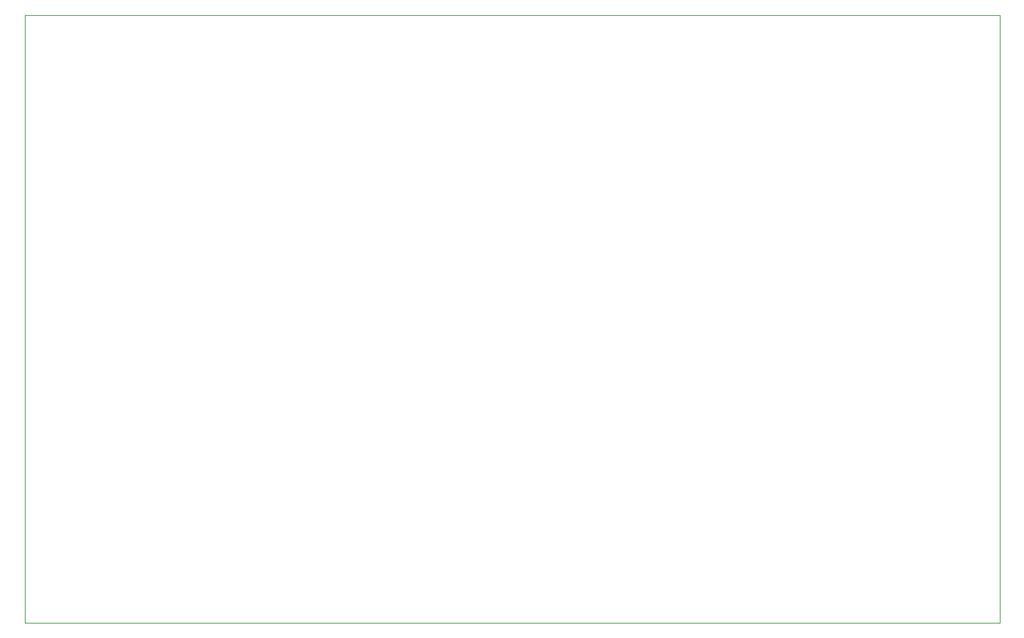
<source format=gbr>
%TF.GenerationSoftware,KiCad,Pcbnew,(5.1.6)-1*%
%TF.CreationDate,2020-10-16T14:10:30-05:00*%
%TF.ProjectId,simple-gpsdo,73696d70-6c65-42d6-9770-73646f2e6b69,C*%
%TF.SameCoordinates,Original*%
%TF.FileFunction,Profile,NP*%
%FSLAX46Y46*%
G04 Gerber Fmt 4.6, Leading zero omitted, Abs format (unit mm)*
G04 Created by KiCad (PCBNEW (5.1.6)-1) date 2020-10-16 14:10:30*
%MOMM*%
%LPD*%
G01*
G04 APERTURE LIST*
%TA.AperFunction,Profile*%
%ADD10C,0.050000*%
%TD*%
G04 APERTURE END LIST*
D10*
X75000000Y-149500000D02*
X75000000Y-75000000D01*
X194500000Y-149500000D02*
X75000000Y-149500000D01*
X194500000Y-75000000D02*
X194500000Y-149500000D01*
X75000000Y-75000000D02*
X194500000Y-75000000D01*
M02*

</source>
